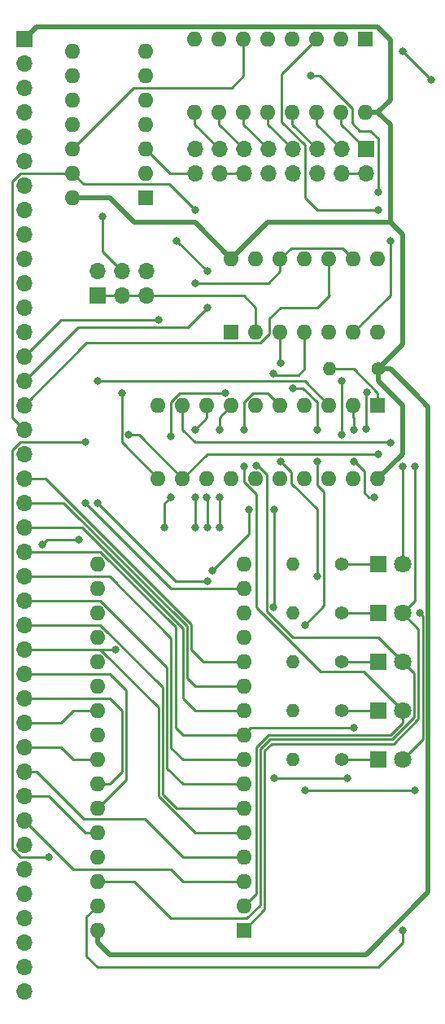
<source format=gtl>
G04 #@! TF.GenerationSoftware,KiCad,Pcbnew,6.0.2+dfsg-1*
G04 #@! TF.CreationDate,2023-09-16T22:11:41+01:00*
G04 #@! TF.ProjectId,Banked_RAM_Higher,42616e6b-6564-45f5-9241-4d5f48696768,rev?*
G04 #@! TF.SameCoordinates,Original*
G04 #@! TF.FileFunction,Copper,L1,Top*
G04 #@! TF.FilePolarity,Positive*
%FSLAX46Y46*%
G04 Gerber Fmt 4.6, Leading zero omitted, Abs format (unit mm)*
G04 Created by KiCad (PCBNEW 6.0.2+dfsg-1) date 2023-09-16 22:11:41*
%MOMM*%
%LPD*%
G01*
G04 APERTURE LIST*
G04 #@! TA.AperFunction,ComponentPad*
%ADD10C,1.400000*%
G04 #@! TD*
G04 #@! TA.AperFunction,ComponentPad*
%ADD11O,1.400000X1.400000*%
G04 #@! TD*
G04 #@! TA.AperFunction,ComponentPad*
%ADD12R,1.700000X1.700000*%
G04 #@! TD*
G04 #@! TA.AperFunction,ComponentPad*
%ADD13O,1.700000X1.700000*%
G04 #@! TD*
G04 #@! TA.AperFunction,ComponentPad*
%ADD14R,1.800000X1.800000*%
G04 #@! TD*
G04 #@! TA.AperFunction,ComponentPad*
%ADD15C,1.800000*%
G04 #@! TD*
G04 #@! TA.AperFunction,ComponentPad*
%ADD16R,1.600000X1.600000*%
G04 #@! TD*
G04 #@! TA.AperFunction,ComponentPad*
%ADD17O,1.600000X1.600000*%
G04 #@! TD*
G04 #@! TA.AperFunction,ViaPad*
%ADD18C,0.800000*%
G04 #@! TD*
G04 #@! TA.AperFunction,Conductor*
%ADD19C,0.500000*%
G04 #@! TD*
G04 #@! TA.AperFunction,Conductor*
%ADD20C,0.250000*%
G04 #@! TD*
G04 APERTURE END LIST*
D10*
X124460000Y-95250000D03*
D11*
X119380000Y-95250000D03*
D12*
X99075000Y-67315000D03*
D13*
X99075000Y-64775000D03*
X101615000Y-67315000D03*
X101615000Y-64775000D03*
X104155000Y-67315000D03*
X104155000Y-64775000D03*
D14*
X128270000Y-95250000D03*
D15*
X130810000Y-95250000D03*
D12*
X91440000Y-40640000D03*
D13*
X91440000Y-43180000D03*
X91440000Y-45720000D03*
X91440000Y-48260000D03*
X91440000Y-50800000D03*
X91440000Y-53340000D03*
X91440000Y-55880000D03*
X91440000Y-58420000D03*
X91440000Y-60960000D03*
X91440000Y-63500000D03*
X91440000Y-66040000D03*
X91440000Y-68580000D03*
X91440000Y-71120000D03*
X91440000Y-73660000D03*
X91440000Y-76200000D03*
X91440000Y-78740000D03*
X91440000Y-81280000D03*
X91440000Y-83820000D03*
X91440000Y-86360000D03*
X91440000Y-88900000D03*
X91440000Y-91440000D03*
X91440000Y-93980000D03*
X91440000Y-96520000D03*
X91440000Y-99060000D03*
X91440000Y-101600000D03*
X91440000Y-104140000D03*
X91440000Y-106680000D03*
X91440000Y-109220000D03*
X91440000Y-111760000D03*
X91440000Y-114300000D03*
X91440000Y-116840000D03*
X91440000Y-119380000D03*
X91440000Y-121920000D03*
X91440000Y-124460000D03*
X91440000Y-127000000D03*
X91440000Y-129540000D03*
X91440000Y-132080000D03*
X91440000Y-134620000D03*
X91440000Y-137160000D03*
X91440000Y-139700000D03*
D12*
X127000000Y-52070000D03*
D13*
X127000000Y-54610000D03*
X124460000Y-52070000D03*
X124460000Y-54610000D03*
X121920000Y-52070000D03*
X121920000Y-54610000D03*
X119380000Y-52070000D03*
X119380000Y-54610000D03*
X116840000Y-52070000D03*
X116840000Y-54610000D03*
X114300000Y-52070000D03*
X114300000Y-54610000D03*
X111760000Y-52070000D03*
X111760000Y-54610000D03*
X109220000Y-52070000D03*
X109220000Y-54610000D03*
D16*
X113025000Y-71110000D03*
D17*
X115565000Y-71110000D03*
X118105000Y-71110000D03*
X120645000Y-71110000D03*
X123185000Y-71110000D03*
X125725000Y-71110000D03*
X128265000Y-71110000D03*
X128265000Y-63490000D03*
X125725000Y-63490000D03*
X123185000Y-63490000D03*
X120645000Y-63490000D03*
X118105000Y-63490000D03*
X115565000Y-63490000D03*
X113025000Y-63490000D03*
D16*
X104130000Y-57155000D03*
D17*
X104130000Y-54615000D03*
X104130000Y-52075000D03*
X104130000Y-49535000D03*
X104130000Y-46995000D03*
X104130000Y-44455000D03*
X104130000Y-41915000D03*
X96510000Y-41915000D03*
X96510000Y-44455000D03*
X96510000Y-46995000D03*
X96510000Y-49535000D03*
X96510000Y-52075000D03*
X96510000Y-54615000D03*
X96510000Y-57155000D03*
D16*
X126985000Y-40650000D03*
D17*
X124445000Y-40650000D03*
X121905000Y-40650000D03*
X119365000Y-40650000D03*
X116825000Y-40650000D03*
X114285000Y-40650000D03*
X111745000Y-40650000D03*
X109205000Y-40650000D03*
X109205000Y-48270000D03*
X111745000Y-48270000D03*
X114285000Y-48270000D03*
X116825000Y-48270000D03*
X119365000Y-48270000D03*
X121905000Y-48270000D03*
X124445000Y-48270000D03*
X126985000Y-48270000D03*
D16*
X114305000Y-133350000D03*
D17*
X114305000Y-130810000D03*
X114305000Y-128270000D03*
X114305000Y-125730000D03*
X114305000Y-123190000D03*
X114305000Y-120650000D03*
X114305000Y-118110000D03*
X114305000Y-115570000D03*
X114305000Y-113030000D03*
X114305000Y-110490000D03*
X114305000Y-107950000D03*
X114305000Y-105410000D03*
X114305000Y-102870000D03*
X114305000Y-100330000D03*
X114305000Y-97790000D03*
X114305000Y-95250000D03*
X99065000Y-95250000D03*
X99065000Y-97790000D03*
X99065000Y-100330000D03*
X99065000Y-102870000D03*
X99065000Y-105410000D03*
X99065000Y-107950000D03*
X99065000Y-110490000D03*
X99065000Y-113030000D03*
X99065000Y-115570000D03*
X99065000Y-118110000D03*
X99065000Y-120650000D03*
X99065000Y-123190000D03*
X99065000Y-125730000D03*
X99065000Y-128270000D03*
X99065000Y-130810000D03*
X99065000Y-133350000D03*
D14*
X128270000Y-105410000D03*
D15*
X130810000Y-105410000D03*
D10*
X124460000Y-105410000D03*
D11*
X119380000Y-105410000D03*
D10*
X124460000Y-115570000D03*
D11*
X119380000Y-115570000D03*
D16*
X128265000Y-78750000D03*
D17*
X125725000Y-78750000D03*
X123185000Y-78750000D03*
X120645000Y-78750000D03*
X118105000Y-78750000D03*
X115565000Y-78750000D03*
X113025000Y-78750000D03*
X110485000Y-78750000D03*
X107945000Y-78750000D03*
X105405000Y-78750000D03*
X105405000Y-86370000D03*
X107945000Y-86370000D03*
X110485000Y-86370000D03*
X113025000Y-86370000D03*
X115565000Y-86370000D03*
X118105000Y-86370000D03*
X120645000Y-86370000D03*
X123185000Y-86370000D03*
X125725000Y-86370000D03*
X128265000Y-86370000D03*
D10*
X124460000Y-100330000D03*
D11*
X119380000Y-100330000D03*
D10*
X128270000Y-74930000D03*
D11*
X123190000Y-74930000D03*
D14*
X128270000Y-110490000D03*
D15*
X130810000Y-110490000D03*
D14*
X128270000Y-100330000D03*
D15*
X130810000Y-100330000D03*
D14*
X128270000Y-115570000D03*
D15*
X130810000Y-115570000D03*
D10*
X124460000Y-110490000D03*
D11*
X119380000Y-110490000D03*
D18*
X132625500Y-100330000D03*
X127864989Y-88265000D03*
X125730000Y-84544500D03*
X125730000Y-81280000D03*
X124460000Y-76200000D03*
X124460000Y-81825500D03*
X127000000Y-81190500D03*
X127122701Y-77347299D03*
X129603394Y-82613597D03*
X128270000Y-83820000D03*
X129540000Y-61595000D03*
X128270000Y-56515000D03*
X121285000Y-44450000D03*
X117385500Y-75457931D03*
X111035500Y-95885000D03*
X114845500Y-89535000D03*
X100932851Y-104172149D03*
X99605500Y-59055000D03*
X107315000Y-61595000D03*
X110490000Y-64770000D03*
X130810000Y-41910000D03*
X133799520Y-44899520D03*
X128270000Y-58420000D03*
X120650000Y-118745000D03*
X132080000Y-118745000D03*
X111760000Y-91440000D03*
X111760000Y-88265000D03*
X110490000Y-91440000D03*
X110485000Y-88270000D03*
X109220000Y-91440000D03*
X109220000Y-88265000D03*
X106680000Y-88265000D03*
X106045000Y-91440000D03*
X97155000Y-92710000D03*
X93345000Y-93255500D03*
X117475000Y-117475000D03*
X125095000Y-117475000D03*
X125730000Y-112305500D03*
X120650000Y-101600000D03*
X121920000Y-96520000D03*
X118110000Y-84544500D03*
X117414011Y-99695000D03*
X117475000Y-89535000D03*
X109220000Y-81280000D03*
X112395000Y-77470000D03*
X106680000Y-81919282D03*
X111760000Y-81280000D03*
X114300000Y-81280000D03*
X102324500Y-81825500D03*
X101600000Y-77470000D03*
X121920000Y-84544500D03*
X121920000Y-81280000D03*
X118110000Y-74295000D03*
X119380000Y-76924500D03*
X93980000Y-125730000D03*
X97790000Y-82550000D03*
X110490000Y-68580000D03*
X109220000Y-58420000D03*
X109220000Y-66040000D03*
X105410000Y-69850000D03*
X99060000Y-76200000D03*
X110490000Y-97065500D03*
X99060000Y-88900000D03*
X97790000Y-88900000D03*
X130810000Y-133350000D03*
X132080000Y-85090000D03*
X130810000Y-85090000D03*
X114300000Y-85090000D03*
X115570467Y-84970508D03*
D19*
X130810000Y-78740000D02*
X128270000Y-76200000D01*
X128265000Y-86370000D02*
X130810000Y-83825000D01*
X130810000Y-83825000D02*
X130810000Y-78740000D01*
X128270000Y-76200000D02*
X128270000Y-74930000D01*
X133508071Y-129381929D02*
X133508071Y-78898071D01*
D20*
X132933551Y-113446449D02*
X132933551Y-100638051D01*
X132933551Y-100638051D02*
X132625500Y-100330000D01*
X126849511Y-85574511D02*
X126849511Y-87831478D01*
X127283033Y-88265000D02*
X127864989Y-88265000D01*
X126849511Y-87831478D02*
X127283033Y-88265000D01*
X126365000Y-85090000D02*
X126849511Y-85574511D01*
X125730000Y-84544500D02*
X125819500Y-84544500D01*
X125819500Y-84544500D02*
X126365000Y-85090000D01*
X125730000Y-81280000D02*
X125730000Y-80010000D01*
X125730000Y-80010000D02*
X125725000Y-80005000D01*
X125725000Y-80005000D02*
X125725000Y-78750000D01*
X124460000Y-81825500D02*
X124460000Y-76200000D01*
X127000000Y-81190500D02*
X127000000Y-77470000D01*
X127000000Y-77470000D02*
X127122701Y-77347299D01*
X122215300Y-44450000D02*
X121285000Y-44450000D01*
X125569511Y-49369511D02*
X125569511Y-47804211D01*
X126365000Y-50165000D02*
X125569511Y-49369511D01*
X128270000Y-50990978D02*
X127444022Y-50165000D01*
X128270000Y-56515000D02*
X128270000Y-50990978D01*
X125725000Y-71110000D02*
X129540000Y-67295000D01*
X129540000Y-67295000D02*
X129540000Y-61595000D01*
X127444022Y-50165000D02*
X126365000Y-50165000D01*
X125569511Y-47804211D02*
X122215300Y-44450000D01*
X117492569Y-75565000D02*
X120015000Y-75565000D01*
X117385500Y-75457931D02*
X117492569Y-75565000D01*
X120015000Y-75565000D02*
X120645000Y-74935000D01*
X120645000Y-74935000D02*
X120645000Y-71110000D01*
X111035500Y-95885000D02*
X114845500Y-92075000D01*
X114845500Y-92075000D02*
X114845500Y-89535000D01*
X100900702Y-104140000D02*
X100932851Y-104172149D01*
X99385300Y-104140000D02*
X100900702Y-104140000D01*
X99605500Y-59055000D02*
X99605500Y-62765500D01*
X99605500Y-62765500D02*
X101615000Y-64775000D01*
X107315000Y-61595000D02*
X110490000Y-64770000D01*
X130810000Y-41910000D02*
X133799520Y-44899520D01*
X120650000Y-57150000D02*
X121920000Y-58420000D01*
X120650000Y-51678990D02*
X120650000Y-57150000D01*
X121920000Y-58420000D02*
X128270000Y-58420000D01*
X118240489Y-49269479D02*
X120650000Y-51678990D01*
X118240489Y-44314511D02*
X118240489Y-49269479D01*
X121905000Y-40650000D02*
X118240489Y-44314511D01*
X132080000Y-118745000D02*
X120650000Y-118745000D01*
X111760000Y-88265000D02*
X111760000Y-91440000D01*
X110490000Y-91440000D02*
X110490000Y-88275000D01*
X110490000Y-88275000D02*
X110485000Y-88270000D01*
X109220000Y-88265000D02*
X109220000Y-91440000D01*
X106045000Y-88900000D02*
X106680000Y-88265000D01*
X106045000Y-91440000D02*
X106045000Y-88900000D01*
X97155000Y-92710000D02*
X93890500Y-92710000D01*
X93890500Y-92710000D02*
X93345000Y-93255500D01*
X106665000Y-54610000D02*
X109220000Y-54610000D01*
X111760000Y-54610000D02*
X114300000Y-54610000D01*
X125095000Y-117475000D02*
X117475000Y-117475000D01*
X125730000Y-112305500D02*
X115029500Y-112305500D01*
X115029500Y-112305500D02*
X114305000Y-113030000D01*
X122640795Y-97228180D02*
X122640795Y-99609205D01*
X120650000Y-101600000D02*
X122640795Y-99609205D01*
X122640795Y-97228180D02*
X122644511Y-97224464D01*
X122644511Y-97224464D02*
X122644511Y-87719511D01*
X122644511Y-87719511D02*
X121920000Y-86995000D01*
X119229511Y-86835789D02*
X119229511Y-85664011D01*
X121920000Y-96520000D02*
X121920000Y-89526278D01*
X121920000Y-89526278D02*
X119229511Y-86835789D01*
X119229511Y-85664011D02*
X118110000Y-84544500D01*
X117475000Y-99634011D02*
X117414011Y-99695000D01*
X117475000Y-89535000D02*
X117475000Y-99634011D01*
X110485000Y-80015000D02*
X110485000Y-78750000D01*
X109220000Y-81280000D02*
X110485000Y-80015000D01*
X112395000Y-77470000D02*
X107634700Y-77470000D01*
X107634700Y-77470000D02*
X106680000Y-78424700D01*
X106680000Y-78424700D02*
X106680000Y-81919282D01*
X111760000Y-80010000D02*
X111760000Y-81280000D01*
X113020000Y-78750000D02*
X111760000Y-80010000D01*
X113025000Y-78750000D02*
X113020000Y-78750000D01*
X115254700Y-77470000D02*
X116825000Y-77470000D01*
X114300000Y-81280000D02*
X114300000Y-78424700D01*
X114300000Y-78424700D02*
X115254700Y-77470000D01*
X116825000Y-77470000D02*
X118105000Y-78750000D01*
X102324500Y-81825500D02*
X103400500Y-81825500D01*
X103400500Y-81825500D02*
X107945000Y-86370000D01*
X101600000Y-82565000D02*
X101600000Y-77470000D01*
X105405000Y-86370000D02*
X101600000Y-82565000D01*
X120409800Y-76924500D02*
X119380000Y-76924500D01*
X121920000Y-78434700D02*
X120409800Y-76924500D01*
X121920000Y-81280000D02*
X121920000Y-78434700D01*
X121920000Y-86995000D02*
X121920000Y-84544500D01*
X118110000Y-74295000D02*
X118105000Y-74290000D01*
X118105000Y-74290000D02*
X118105000Y-71110000D01*
X90170000Y-124851010D02*
X91048990Y-125730000D01*
X90170000Y-83428990D02*
X90170000Y-124851010D01*
X91048990Y-82550000D02*
X90170000Y-83428990D01*
X97790000Y-82550000D02*
X91048990Y-82550000D01*
X91048990Y-125730000D02*
X93980000Y-125730000D01*
X91440000Y-76200000D02*
X97065489Y-70574511D01*
X97065489Y-70574511D02*
X108495489Y-70574511D01*
X108495489Y-70574511D02*
X110490000Y-68580000D01*
X106539511Y-55739511D02*
X109220000Y-58420000D01*
X97634511Y-55739511D02*
X106539511Y-55739511D01*
X96510000Y-54615000D02*
X97634511Y-55739511D01*
X124460000Y-54610000D02*
X127000000Y-54610000D01*
X104130000Y-52075000D02*
X106665000Y-54610000D01*
D19*
X128260000Y-48270000D02*
X129540000Y-49550000D01*
X129540000Y-49550000D02*
X129540000Y-59690000D01*
X91440000Y-40640000D02*
X92710000Y-39370000D01*
X128260000Y-48270000D02*
X126985000Y-48270000D01*
X92710000Y-39370000D02*
X128204022Y-39370000D01*
X129540000Y-40705978D02*
X129540000Y-46990000D01*
X128204022Y-39370000D02*
X129540000Y-40705978D01*
X129540000Y-46990000D02*
X128260000Y-48270000D01*
D20*
X102865000Y-45720000D02*
X113030000Y-45720000D01*
X96510000Y-52075000D02*
X102865000Y-45720000D01*
X113030000Y-45720000D02*
X114285000Y-44465000D01*
X114285000Y-44465000D02*
X114285000Y-40650000D01*
X118105000Y-63490000D02*
X119229511Y-62365489D01*
X124600489Y-62365489D02*
X125725000Y-63490000D01*
X119229511Y-62365489D02*
X124600489Y-62365489D01*
X91440000Y-73660000D02*
X95250000Y-69850000D01*
X95250000Y-69850000D02*
X105410000Y-69850000D01*
X109220000Y-66040000D02*
X116840000Y-66040000D01*
X118105000Y-64775000D02*
X118105000Y-63490000D01*
X116840000Y-66040000D02*
X118105000Y-64775000D01*
X121920000Y-68580000D02*
X123190000Y-67310000D01*
X116980489Y-69709511D02*
X118110000Y-68580000D01*
X91440000Y-78740000D02*
X97945489Y-72234511D01*
X118110000Y-68580000D02*
X121920000Y-68580000D01*
X97945489Y-72234511D02*
X116030789Y-72234511D01*
X116030789Y-72234511D02*
X116980489Y-71284811D01*
X116980489Y-71284811D02*
X116980489Y-69709511D01*
X123190000Y-67310000D02*
X123185000Y-67305000D01*
X123185000Y-67305000D02*
X123185000Y-63490000D01*
X91440000Y-81280000D02*
X90170000Y-80010000D01*
X90170000Y-80010000D02*
X90170000Y-55488990D01*
X91043990Y-54615000D02*
X96510000Y-54615000D01*
X90170000Y-55488990D02*
X91043990Y-54615000D01*
X123190000Y-74930000D02*
X125730000Y-74930000D01*
X125730000Y-74930000D02*
X128265000Y-77465000D01*
X128265000Y-77465000D02*
X128265000Y-78750000D01*
X99060000Y-76200000D02*
X120650000Y-76200000D01*
X120650000Y-76215000D02*
X123185000Y-78750000D01*
X120650000Y-76200000D02*
X120650000Y-76215000D01*
X107225500Y-97065500D02*
X110490000Y-97065500D01*
X99060000Y-88900000D02*
X107225500Y-97065500D01*
X97790000Y-88900000D02*
X106680000Y-97790000D01*
X106680000Y-97790000D02*
X114305000Y-97790000D01*
D19*
X99065000Y-133350000D02*
X99065000Y-134625000D01*
X99065000Y-134625000D02*
X100330000Y-135890000D01*
X127000000Y-135890000D02*
X133508071Y-129381929D01*
X100330000Y-135890000D02*
X127000000Y-135890000D01*
X133508071Y-78898071D02*
X132080000Y-77470000D01*
D20*
X130810000Y-134620000D02*
X130810000Y-133350000D01*
X132080000Y-85724283D02*
X132080000Y-85090000D01*
X129539797Y-82550000D02*
X109220000Y-82550000D01*
X129603394Y-82613597D02*
X129539797Y-82550000D01*
X109220000Y-82550000D02*
X107945000Y-81275000D01*
X107945000Y-81275000D02*
X107945000Y-78750000D01*
X128270000Y-83820000D02*
X110490000Y-83820000D01*
D19*
X132080000Y-77470000D02*
X129540000Y-74930000D01*
X129540000Y-74930000D02*
X128270000Y-74930000D01*
X130810000Y-60960000D02*
X129540000Y-59690000D01*
X128270000Y-74930000D02*
X130810000Y-72390000D01*
X116825000Y-59690000D02*
X113025000Y-63490000D01*
X130810000Y-72390000D02*
X130810000Y-60960000D01*
X129540000Y-59690000D02*
X116825000Y-59690000D01*
X96510000Y-57155000D02*
X100335000Y-57155000D01*
X100335000Y-57155000D02*
X102870000Y-59690000D01*
X102870000Y-59690000D02*
X109225000Y-59690000D01*
X109225000Y-59690000D02*
X113025000Y-63490000D01*
D20*
X104155000Y-67315000D02*
X114305000Y-67315000D01*
X114305000Y-67315000D02*
X115565000Y-68575000D01*
X115565000Y-68575000D02*
X115565000Y-71110000D01*
X101615000Y-67315000D02*
X104155000Y-67315000D01*
X99075000Y-67315000D02*
X101615000Y-67315000D01*
X130810000Y-115570000D02*
X132933551Y-113446449D01*
X114300000Y-86695300D02*
X114300000Y-85090000D01*
X115570000Y-87965300D02*
X114300000Y-86695300D01*
X122290789Y-106434511D02*
X115570000Y-99713722D01*
X115570000Y-99713722D02*
X115570000Y-87965300D01*
X126754511Y-106434511D02*
X122290789Y-106434511D01*
X130810000Y-110490000D02*
X126754511Y-106434511D01*
X115755808Y-84970508D02*
X115570467Y-84970508D01*
X116689511Y-100179511D02*
X116689511Y-85904211D01*
X116689511Y-85904211D02*
X115755808Y-84970508D01*
X130810000Y-105410000D02*
X128270000Y-102870000D01*
X119380000Y-102870000D02*
X116689511Y-100179511D01*
X128270000Y-102870000D02*
X119380000Y-102870000D01*
X116469040Y-131185960D02*
X116469040Y-114672396D01*
X114305000Y-133350000D02*
X116469040Y-131185960D01*
X116469040Y-114672396D02*
X117212396Y-113929040D01*
X117212396Y-113929040D02*
X129912396Y-113929040D01*
X129912396Y-113929040D02*
X132484031Y-111357405D01*
X132484031Y-102004031D02*
X130810000Y-100330000D01*
X132484031Y-111357405D02*
X132484031Y-102004031D01*
X117026198Y-113479520D02*
X116019520Y-114486198D01*
X116019520Y-114486198D02*
X116019520Y-130685780D01*
X116019520Y-130685780D02*
X114625300Y-132080000D01*
X130810000Y-105410000D02*
X132034511Y-106634511D01*
X132034511Y-106634511D02*
X132034511Y-111171207D01*
X132034511Y-111171207D02*
X129726197Y-113479520D01*
X129726197Y-113479520D02*
X117026198Y-113479520D01*
X114625300Y-132080000D02*
X106680000Y-132080000D01*
X106680000Y-132080000D02*
X102870000Y-128270000D01*
X102870000Y-128270000D02*
X99065000Y-128270000D01*
X114305000Y-130810000D02*
X115570000Y-129545000D01*
X115570000Y-129545000D02*
X115570000Y-114300000D01*
X115570000Y-114300000D02*
X116840000Y-113030000D01*
X129540000Y-113030000D02*
X130810000Y-111760000D01*
X116840000Y-113030000D02*
X129540000Y-113030000D01*
X130810000Y-111760000D02*
X130810000Y-110490000D01*
X130810000Y-100330000D02*
X132080000Y-99060000D01*
X132080000Y-99060000D02*
X132080000Y-85724283D01*
X130810000Y-95250000D02*
X130810000Y-85090000D01*
X110495000Y-83820000D02*
X107945000Y-86370000D01*
X97940489Y-131934511D02*
X97940489Y-136040489D01*
X99065000Y-130810000D02*
X97940489Y-131934511D01*
X99060000Y-137160000D02*
X128270000Y-137160000D01*
X97940489Y-136040489D02*
X99060000Y-137160000D01*
X128270000Y-137160000D02*
X130810000Y-134620000D01*
X93672451Y-86360000D02*
X108849040Y-101536589D01*
X108849040Y-104140000D02*
X110119040Y-105410000D01*
X91440000Y-86360000D02*
X93672451Y-86360000D01*
X108849040Y-101536589D02*
X108849040Y-104140000D01*
X110119040Y-105410000D02*
X114305000Y-105410000D01*
X91440000Y-88900000D02*
X95576734Y-88900000D01*
X95576734Y-88900000D02*
X108399520Y-101722786D01*
X108399520Y-101722786D02*
X108399520Y-107129520D01*
X108399520Y-107129520D02*
X109220000Y-107950000D01*
X109220000Y-107950000D02*
X114305000Y-107950000D01*
X107950000Y-109220000D02*
X109220000Y-110490000D01*
X97481017Y-91440000D02*
X107950000Y-101908983D01*
X109220000Y-110490000D02*
X114305000Y-110490000D01*
X91440000Y-91440000D02*
X97481017Y-91440000D01*
X107950000Y-101908983D02*
X107950000Y-109220000D01*
X91440000Y-93980000D02*
X99385300Y-93980000D01*
X107208080Y-101802780D02*
X107208080Y-112288080D01*
X99385300Y-93980000D02*
X107208080Y-101802780D01*
X107208080Y-112288080D02*
X107950000Y-113030000D01*
X107950000Y-113030000D02*
X114305000Y-113030000D01*
X91440000Y-96520000D02*
X100330000Y-96520000D01*
X106758560Y-114378560D02*
X107950000Y-115570000D01*
X100330000Y-96520000D02*
X106758560Y-102948560D01*
X106758560Y-102948560D02*
X106758560Y-114378560D01*
X107950000Y-115570000D02*
X114305000Y-115570000D01*
X106309040Y-105983740D02*
X106309040Y-116469040D01*
X107950000Y-118110000D02*
X114305000Y-118110000D01*
X106309040Y-116469040D02*
X107950000Y-118110000D01*
X91440000Y-99060000D02*
X99385300Y-99060000D01*
X99385300Y-99060000D02*
X106309040Y-105983740D01*
X105859520Y-108074220D02*
X105859520Y-119193802D01*
X107315718Y-120650000D02*
X114305000Y-120650000D01*
X91440000Y-101600000D02*
X99385300Y-101600000D01*
X99385300Y-101600000D02*
X105859520Y-108074220D01*
X105859520Y-119193802D02*
X107315718Y-120650000D01*
X91440000Y-104140000D02*
X99385300Y-104140000D01*
X99385300Y-104140000D02*
X105410000Y-110164700D01*
X105410000Y-110164700D02*
X105410000Y-119380000D01*
X105410000Y-119380000D02*
X109220000Y-123190000D01*
X109220000Y-123190000D02*
X114305000Y-123190000D01*
X124460000Y-115570000D02*
X128270000Y-115570000D01*
X124460000Y-110490000D02*
X128270000Y-110490000D01*
X124460000Y-105410000D02*
X128270000Y-105410000D01*
X124460000Y-100330000D02*
X128270000Y-100330000D01*
X124460000Y-95250000D02*
X128270000Y-95250000D01*
X97644511Y-121774511D02*
X103994511Y-121774511D01*
X92710000Y-116840000D02*
X97644511Y-121774511D01*
X91440000Y-116840000D02*
X92710000Y-116840000D01*
X103994511Y-121774511D02*
X107950000Y-125730000D01*
X107950000Y-125730000D02*
X114305000Y-125730000D01*
X91440000Y-106680000D02*
X100330000Y-106680000D01*
X100330000Y-106680000D02*
X102049520Y-108399520D01*
X102049520Y-117665480D02*
X99065000Y-120650000D01*
X102049520Y-108399520D02*
X102049520Y-117665480D01*
X101600000Y-110490000D02*
X101600000Y-116840000D01*
X91440000Y-109220000D02*
X100330000Y-109220000D01*
X100330000Y-109220000D02*
X101600000Y-110490000D01*
X101600000Y-116840000D02*
X100330000Y-118110000D01*
X100330000Y-118110000D02*
X99065000Y-118110000D01*
X95250000Y-111760000D02*
X96520000Y-110490000D01*
X91440000Y-111760000D02*
X95250000Y-111760000D01*
X96520000Y-110490000D02*
X99065000Y-110490000D01*
X91440000Y-114300000D02*
X95250000Y-114300000D01*
X95250000Y-114300000D02*
X96520000Y-115570000D01*
X96520000Y-115570000D02*
X99065000Y-115570000D01*
X91440000Y-119380000D02*
X93980000Y-119380000D01*
X93980000Y-119380000D02*
X97790000Y-123190000D01*
X97790000Y-123190000D02*
X99065000Y-123190000D01*
X91440000Y-121920000D02*
X96520000Y-127000000D01*
X96520000Y-127000000D02*
X106680000Y-127000000D01*
X106680000Y-127000000D02*
X107950000Y-128270000D01*
X107950000Y-128270000D02*
X114305000Y-128270000D01*
X124445000Y-48270000D02*
X124445000Y-49515000D01*
X124445000Y-49515000D02*
X127000000Y-52070000D01*
X121905000Y-48270000D02*
X121905000Y-49515000D01*
X121905000Y-49515000D02*
X124460000Y-52070000D01*
X119365000Y-48270000D02*
X119365000Y-49515000D01*
X119365000Y-49515000D02*
X121920000Y-52070000D01*
X116825000Y-48270000D02*
X116825000Y-49515000D01*
X116825000Y-49515000D02*
X119380000Y-52070000D01*
X114285000Y-48270000D02*
X114285000Y-49515000D01*
X114285000Y-49515000D02*
X116840000Y-52070000D01*
X111745000Y-48270000D02*
X111745000Y-49515000D01*
X111745000Y-49515000D02*
X114300000Y-52070000D01*
X109205000Y-48270000D02*
X109205000Y-49515000D01*
X109205000Y-49515000D02*
X111760000Y-52070000D01*
M02*

</source>
